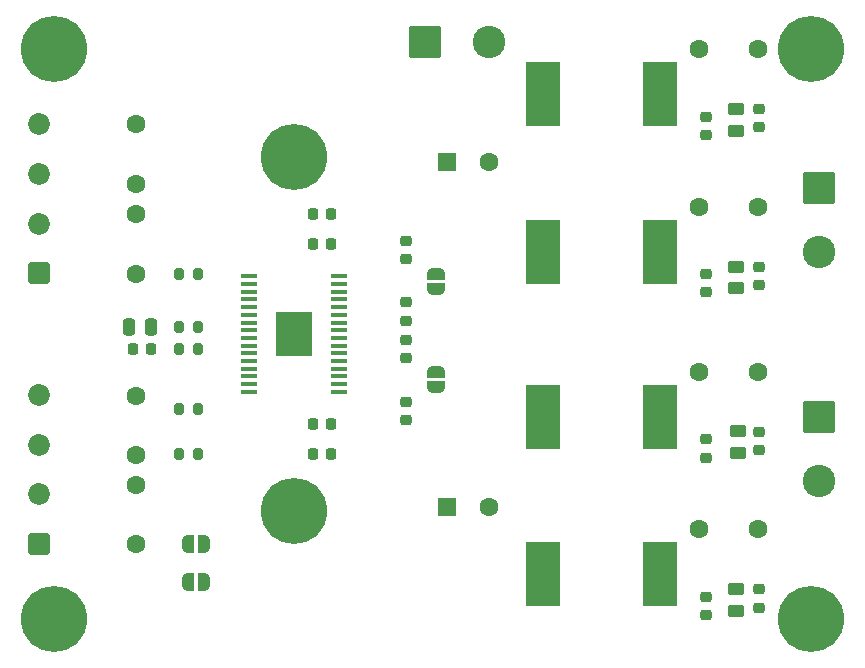
<source format=gbr>
%TF.GenerationSoftware,KiCad,Pcbnew,7.0.11+dfsg-1build4*%
%TF.CreationDate,2025-07-13T15:39:34+04:00*%
%TF.ProjectId,tpa3116_amplifier_board,74706133-3131-4365-9f61-6d706c696669,rev?*%
%TF.SameCoordinates,Original*%
%TF.FileFunction,Soldermask,Top*%
%TF.FilePolarity,Negative*%
%FSLAX46Y46*%
G04 Gerber Fmt 4.6, Leading zero omitted, Abs format (unit mm)*
G04 Created by KiCad (PCBNEW 7.0.11+dfsg-1build4) date 2025-07-13 15:39:34*
%MOMM*%
%LPD*%
G01*
G04 APERTURE LIST*
G04 Aperture macros list*
%AMRoundRect*
0 Rectangle with rounded corners*
0 $1 Rounding radius*
0 $2 $3 $4 $5 $6 $7 $8 $9 X,Y pos of 4 corners*
0 Add a 4 corners polygon primitive as box body*
4,1,4,$2,$3,$4,$5,$6,$7,$8,$9,$2,$3,0*
0 Add four circle primitives for the rounded corners*
1,1,$1+$1,$2,$3*
1,1,$1+$1,$4,$5*
1,1,$1+$1,$6,$7*
1,1,$1+$1,$8,$9*
0 Add four rect primitives between the rounded corners*
20,1,$1+$1,$2,$3,$4,$5,0*
20,1,$1+$1,$4,$5,$6,$7,0*
20,1,$1+$1,$6,$7,$8,$9,0*
20,1,$1+$1,$8,$9,$2,$3,0*%
%AMFreePoly0*
4,1,19,0.500000,-0.750000,0.000000,-0.750000,0.000000,-0.744911,-0.071157,-0.744911,-0.207708,-0.704816,-0.327430,-0.627875,-0.420627,-0.520320,-0.479746,-0.390866,-0.500000,-0.250000,-0.500000,0.250000,-0.479746,0.390866,-0.420627,0.520320,-0.327430,0.627875,-0.207708,0.704816,-0.071157,0.744911,0.000000,0.744911,0.000000,0.750000,0.500000,0.750000,0.500000,-0.750000,0.500000,-0.750000,
$1*%
%AMFreePoly1*
4,1,19,0.000000,0.744911,0.071157,0.744911,0.207708,0.704816,0.327430,0.627875,0.420627,0.520320,0.479746,0.390866,0.500000,0.250000,0.500000,-0.250000,0.479746,-0.390866,0.420627,-0.520320,0.327430,-0.627875,0.207708,-0.704816,0.071157,-0.744911,0.000000,-0.744911,0.000000,-0.750000,-0.500000,-0.750000,-0.500000,0.750000,0.000000,0.750000,0.000000,0.744911,0.000000,0.744911,
$1*%
G04 Aperture macros list end*
%ADD10R,2.900000X5.400000*%
%ADD11C,1.600000*%
%ADD12R,1.600000X1.600000*%
%ADD13FreePoly0,90.000000*%
%ADD14FreePoly1,90.000000*%
%ADD15C,1.850000*%
%ADD16RoundRect,0.250000X0.675000X-0.675000X0.675000X0.675000X-0.675000X0.675000X-0.675000X-0.675000X0*%
%ADD17C,5.600000*%
%ADD18RoundRect,0.225000X0.250000X-0.225000X0.250000X0.225000X-0.250000X0.225000X-0.250000X-0.225000X0*%
%ADD19RoundRect,0.250000X-0.250000X-0.475000X0.250000X-0.475000X0.250000X0.475000X-0.250000X0.475000X0*%
%ADD20RoundRect,0.225000X-0.250000X0.225000X-0.250000X-0.225000X0.250000X-0.225000X0.250000X0.225000X0*%
%ADD21RoundRect,0.225000X0.225000X0.250000X-0.225000X0.250000X-0.225000X-0.250000X0.225000X-0.250000X0*%
%ADD22RoundRect,0.200000X0.200000X0.275000X-0.200000X0.275000X-0.200000X-0.275000X0.200000X-0.275000X0*%
%ADD23RoundRect,0.250000X-0.450000X0.262500X-0.450000X-0.262500X0.450000X-0.262500X0.450000X0.262500X0*%
%ADD24C,2.750000*%
%ADD25RoundRect,0.250000X-1.125000X1.125000X-1.125000X-1.125000X1.125000X-1.125000X1.125000X1.125000X0*%
%ADD26FreePoly0,180.000000*%
%ADD27FreePoly1,180.000000*%
%ADD28RoundRect,0.200000X-0.200000X-0.275000X0.200000X-0.275000X0.200000X0.275000X-0.200000X0.275000X0*%
%ADD29RoundRect,0.225000X-0.225000X-0.250000X0.225000X-0.250000X0.225000X0.250000X-0.225000X0.250000X0*%
%ADD30RoundRect,0.250000X-1.125000X-1.125000X1.125000X-1.125000X1.125000X1.125000X-1.125000X1.125000X0*%
%ADD31R,3.040000X3.740000*%
%ADD32R,1.475000X0.450000*%
G04 APERTURE END LIST*
D10*
%TO.C,L3*%
X147190000Y-127020000D03*
X137290000Y-127020000D03*
%TD*%
D11*
%TO.C,C3*%
X102870000Y-109895000D03*
X102870000Y-114895000D03*
%TD*%
%TO.C,C4*%
X102848000Y-137795000D03*
X102848000Y-132795000D03*
%TD*%
%TO.C,C20*%
X155495000Y-136525000D03*
X150495000Y-136525000D03*
%TD*%
%TO.C,C19*%
X155495000Y-123210000D03*
X150495000Y-123210000D03*
%TD*%
%TO.C,C18*%
X155535000Y-109220000D03*
X150535000Y-109220000D03*
%TD*%
%TO.C,C17*%
X155495000Y-95885000D03*
X150495000Y-95885000D03*
%TD*%
%TO.C,C2*%
X102848000Y-125255000D03*
X102848000Y-130255000D03*
%TD*%
%TO.C,C1*%
X102870000Y-102275000D03*
X102870000Y-107275000D03*
%TD*%
%TO.C,C16*%
X132715000Y-134620000D03*
D12*
X129215000Y-134620000D03*
%TD*%
%TO.C,C15*%
X129215000Y-105410000D03*
D11*
X132715000Y-105410000D03*
%TD*%
D13*
%TO.C,JP3*%
X128270000Y-116205000D03*
D14*
X128270000Y-114905000D03*
%TD*%
D15*
%TO.C,J1*%
X94615000Y-125195000D03*
X94615000Y-129395000D03*
X94615000Y-133595000D03*
D16*
X94615000Y-137795000D03*
%TD*%
D17*
%TO.C,H3*%
X160020000Y-144145000D03*
%TD*%
%TO.C,H6*%
X116205000Y-135001000D03*
%TD*%
D18*
%TO.C,C23*%
X155575000Y-129840000D03*
X155575000Y-128290000D03*
%TD*%
D19*
%TO.C,C6*%
X104140000Y-119380000D03*
X102240000Y-119380000D03*
%TD*%
D20*
%TO.C,C12*%
X125730000Y-118885000D03*
X125730000Y-117335000D03*
%TD*%
D21*
%TO.C,C7*%
X119380000Y-112395000D03*
X117830000Y-112395000D03*
%TD*%
D18*
%TO.C,C13*%
X125730000Y-120510000D03*
X125730000Y-122060000D03*
%TD*%
D22*
%TO.C,R1*%
X106490000Y-121285000D03*
X108140000Y-121285000D03*
%TD*%
D21*
%TO.C,C9*%
X119380000Y-127635000D03*
X117830000Y-127635000D03*
%TD*%
D23*
%TO.C,R6*%
X153670000Y-102790003D03*
X153670000Y-100965003D03*
%TD*%
D10*
%TO.C,L2*%
X137290000Y-113030000D03*
X147190000Y-113030000D03*
%TD*%
D24*
%TO.C,J4*%
X160655000Y-113030000D03*
D25*
X160655000Y-107630000D03*
%TD*%
D26*
%TO.C,JP2*%
X108600000Y-137795000D03*
D27*
X107300000Y-137795000D03*
%TD*%
D13*
%TO.C,JP4*%
X128270000Y-124490000D03*
D14*
X128270000Y-123190000D03*
%TD*%
D17*
%TO.C,H2*%
X95885000Y-144145000D03*
%TD*%
D28*
%TO.C,R5*%
X108140000Y-114935000D03*
X106490000Y-114935000D03*
%TD*%
D18*
%TO.C,C11*%
X125730000Y-113665000D03*
X125730000Y-112115000D03*
%TD*%
%TO.C,C28*%
X151130000Y-143810000D03*
X151130000Y-142260000D03*
%TD*%
D20*
%TO.C,C24*%
X155575000Y-141625000D03*
X155575000Y-143175000D03*
%TD*%
D23*
%TO.C,R8*%
X153797000Y-128243000D03*
X153797000Y-130068000D03*
%TD*%
D29*
%TO.C,C8*%
X117830000Y-109855000D03*
X119380000Y-109855000D03*
%TD*%
D18*
%TO.C,C25*%
X151130000Y-103150000D03*
X151130000Y-101600000D03*
%TD*%
D24*
%TO.C,J3*%
X132715000Y-95250000D03*
D30*
X127315000Y-95250000D03*
%TD*%
D23*
%TO.C,R7*%
X153670000Y-116125000D03*
X153670000Y-114300000D03*
%TD*%
D10*
%TO.C,L4*%
X137290000Y-140355000D03*
X147190000Y-140355000D03*
%TD*%
D16*
%TO.C,J2*%
X94615000Y-114875000D03*
D15*
X94615000Y-110675000D03*
X94615000Y-106475000D03*
X94615000Y-102275000D03*
%TD*%
D31*
%TO.C,IC1*%
X116227000Y-120015000D03*
D32*
X120015000Y-115140000D03*
X120015000Y-115790000D03*
X120015000Y-116440000D03*
X120015000Y-117090000D03*
X120015000Y-117740000D03*
X120015000Y-118390000D03*
X120015000Y-119040000D03*
X120015000Y-119690000D03*
X120015000Y-120340000D03*
X120015000Y-120990000D03*
X120015000Y-121640000D03*
X120015000Y-122290000D03*
X120015000Y-122940000D03*
X120015000Y-123590000D03*
X120015000Y-124240000D03*
X120015000Y-124890000D03*
X112439000Y-124890000D03*
X112439000Y-124240000D03*
X112439000Y-123590000D03*
X112439000Y-122940000D03*
X112439000Y-122290000D03*
X112439000Y-121640000D03*
X112439000Y-120990000D03*
X112439000Y-120340000D03*
X112439000Y-119690000D03*
X112439000Y-119040000D03*
X112439000Y-118390000D03*
X112439000Y-117740000D03*
X112439000Y-117090000D03*
X112439000Y-116440000D03*
X112439000Y-115790000D03*
X112439000Y-115140000D03*
%TD*%
D17*
%TO.C,H1*%
X95885000Y-95885000D03*
%TD*%
D25*
%TO.C,J5*%
X160655000Y-127020000D03*
D24*
X160655000Y-132420000D03*
%TD*%
D22*
%TO.C,R3*%
X108140000Y-126365000D03*
X106490000Y-126365000D03*
%TD*%
D29*
%TO.C,C5*%
X102568000Y-121285000D03*
X104118000Y-121285000D03*
%TD*%
D17*
%TO.C,H5*%
X116227000Y-105029000D03*
%TD*%
D28*
%TO.C,R4*%
X106490000Y-130175000D03*
X108140000Y-130175000D03*
%TD*%
D10*
%TO.C,L1*%
X147190000Y-99695000D03*
X137290000Y-99695000D03*
%TD*%
D17*
%TO.C,H4*%
X160020000Y-95885000D03*
%TD*%
D21*
%TO.C,C10*%
X119380000Y-130175000D03*
X117830000Y-130175000D03*
%TD*%
D28*
%TO.C,R2*%
X108140000Y-119380000D03*
X106490000Y-119380000D03*
%TD*%
D18*
%TO.C,C21*%
X155575000Y-100965000D03*
X155575000Y-102515000D03*
%TD*%
D23*
%TO.C,R9*%
X153670000Y-141625000D03*
X153670000Y-143450000D03*
%TD*%
D18*
%TO.C,C26*%
X151130000Y-114935000D03*
X151130000Y-116485000D03*
%TD*%
%TO.C,C27*%
X151130000Y-130475000D03*
X151130000Y-128925000D03*
%TD*%
D20*
%TO.C,C14*%
X125730000Y-127280000D03*
X125730000Y-125730000D03*
%TD*%
D26*
%TO.C,JP1*%
X108585000Y-140970000D03*
D27*
X107285000Y-140970000D03*
%TD*%
D20*
%TO.C,C22*%
X155575000Y-115850000D03*
X155575000Y-114300000D03*
%TD*%
M02*

</source>
